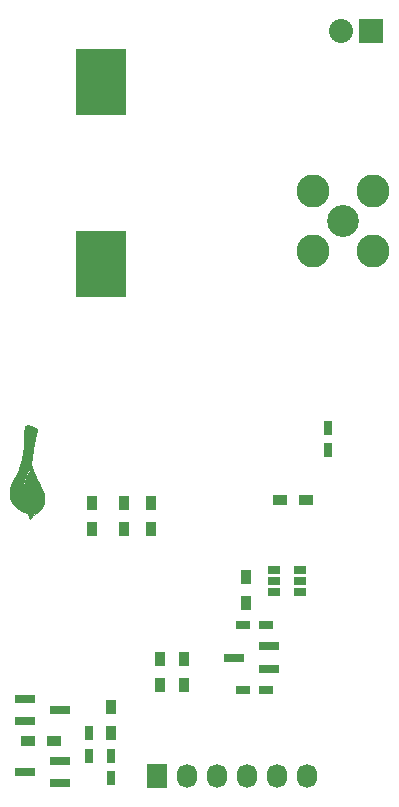
<source format=gbs>
G04 #@! TF.FileFunction,Soldermask,Bot*
%FSLAX46Y46*%
G04 Gerber Fmt 4.6, Leading zero omitted, Abs format (unit mm)*
G04 Created by KiCad (PCBNEW (2015-11-03 BZR 6296)-product) date Tuesday, November 17, 2015 'PMt' 04:43:17 PM*
%MOMM*%
G01*
G04 APERTURE LIST*
%ADD10C,0.100000*%
%ADD11C,0.010000*%
%ADD12R,1.800860X0.800100*%
%ADD13R,0.750000X1.200000*%
%ADD14R,1.200000X0.750000*%
%ADD15C,2.800000*%
%ADD16C,2.700000*%
%ADD17R,4.300000X5.700000*%
%ADD18R,0.900000X1.200000*%
%ADD19R,1.200000X0.900000*%
%ADD20R,1.060000X0.650000*%
%ADD21R,1.727200X2.032000*%
%ADD22O,1.727200X2.032000*%
%ADD23R,2.032000X2.032000*%
%ADD24O,2.032000X2.032000*%
G04 APERTURE END LIST*
D10*
D11*
G36*
X183976897Y-103708969D02*
X183975122Y-103671134D01*
X183972050Y-103635237D01*
X183967549Y-103599588D01*
X183961488Y-103562501D01*
X183956774Y-103537463D01*
X183949127Y-103500495D01*
X183940944Y-103465230D01*
X183931892Y-103430622D01*
X183921636Y-103395624D01*
X183909844Y-103359191D01*
X183896182Y-103320278D01*
X183880316Y-103277839D01*
X183861912Y-103230827D01*
X183847594Y-103195263D01*
X183828195Y-103148042D01*
X183808057Y-103100102D01*
X183786989Y-103051041D01*
X183764801Y-103000453D01*
X183741305Y-102947934D01*
X183716311Y-102893079D01*
X183689628Y-102835486D01*
X183661068Y-102774749D01*
X183630441Y-102710464D01*
X183597558Y-102642227D01*
X183562228Y-102569635D01*
X183524263Y-102492281D01*
X183483472Y-102409764D01*
X183439667Y-102321677D01*
X183410823Y-102263915D01*
X183370036Y-102182201D01*
X183332302Y-102106268D01*
X183297404Y-102035642D01*
X183265125Y-101969851D01*
X183235248Y-101908423D01*
X183207556Y-101850885D01*
X183181833Y-101796765D01*
X183157862Y-101745591D01*
X183135425Y-101696889D01*
X183114305Y-101650189D01*
X183094286Y-101605018D01*
X183075152Y-101560903D01*
X183056684Y-101517371D01*
X183038666Y-101473951D01*
X183020881Y-101430171D01*
X183003112Y-101385557D01*
X182985143Y-101339637D01*
X182978491Y-101322458D01*
X182969207Y-101298476D01*
X182960545Y-101276212D01*
X182952891Y-101256652D01*
X182946634Y-101240781D01*
X182942160Y-101229586D01*
X182939930Y-101224216D01*
X182935427Y-101214168D01*
X182916151Y-101229302D01*
X182902098Y-101241111D01*
X182884518Y-101257080D01*
X182864551Y-101276079D01*
X182843337Y-101296977D01*
X182822014Y-101318643D01*
X182801723Y-101339945D01*
X182783603Y-101359754D01*
X182776080Y-101368319D01*
X182714961Y-101443898D01*
X182656762Y-101525648D01*
X182601625Y-101613253D01*
X182549694Y-101706399D01*
X182501114Y-101804769D01*
X182456027Y-101908048D01*
X182414578Y-102015921D01*
X182376909Y-102128072D01*
X182343165Y-102244186D01*
X182313490Y-102363946D01*
X182304719Y-102403722D01*
X182292433Y-102462747D01*
X182281987Y-102516586D01*
X182273123Y-102566795D01*
X182265587Y-102614926D01*
X182259123Y-102662531D01*
X182253474Y-102711165D01*
X182252412Y-102721222D01*
X182250815Y-102741268D01*
X182249562Y-102766488D01*
X182248652Y-102795561D01*
X182248087Y-102827167D01*
X182247866Y-102859986D01*
X182247989Y-102892697D01*
X182248457Y-102923980D01*
X182249270Y-102952515D01*
X182250428Y-102976981D01*
X182251931Y-102996059D01*
X182252371Y-102999917D01*
X182263641Y-103070413D01*
X182279223Y-103135332D01*
X182299125Y-103194686D01*
X182323358Y-103248489D01*
X182351929Y-103296754D01*
X182384848Y-103339494D01*
X182422125Y-103376725D01*
X182463767Y-103408458D01*
X182509784Y-103434708D01*
X182556444Y-103454186D01*
X182584664Y-103463436D01*
X182610210Y-103470050D01*
X182635330Y-103474389D01*
X182662274Y-103476811D01*
X182693290Y-103477677D01*
X182703310Y-103477689D01*
X182760217Y-103477494D01*
X182762570Y-103500459D01*
X182764922Y-103523423D01*
X182730990Y-103573181D01*
X182681641Y-103572739D01*
X182623410Y-103568754D01*
X182566659Y-103557973D01*
X182511805Y-103540573D01*
X182459268Y-103516733D01*
X182409464Y-103486631D01*
X182362812Y-103450446D01*
X182335845Y-103425226D01*
X182299000Y-103384590D01*
X182266629Y-103340860D01*
X182238509Y-103293528D01*
X182214416Y-103242089D01*
X182194127Y-103186034D01*
X182177416Y-103124857D01*
X182164062Y-103058052D01*
X182158887Y-103024611D01*
X182156611Y-103003545D01*
X182154815Y-102976697D01*
X182153500Y-102945325D01*
X182152666Y-102910685D01*
X182152312Y-102874034D01*
X182152438Y-102836631D01*
X182153044Y-102799731D01*
X182154130Y-102764593D01*
X182155697Y-102732474D01*
X182157743Y-102704630D01*
X182158912Y-102693000D01*
X182174085Y-102578753D01*
X182193945Y-102463621D01*
X182218230Y-102348476D01*
X182246679Y-102234191D01*
X182279031Y-102121641D01*
X182315025Y-102011697D01*
X182354400Y-101905234D01*
X182396894Y-101803124D01*
X182442246Y-101706240D01*
X182470502Y-101651392D01*
X182517249Y-101568282D01*
X182566369Y-101489342D01*
X182617513Y-101415019D01*
X182670332Y-101345759D01*
X182724478Y-101282007D01*
X182779603Y-101224209D01*
X182835357Y-101172812D01*
X182861520Y-101151120D01*
X182879428Y-101136411D01*
X182891741Y-101125353D01*
X182898733Y-101117679D01*
X182900678Y-101113122D01*
X182900627Y-101112894D01*
X182896988Y-101098318D01*
X182892861Y-101077871D01*
X182888412Y-101052704D01*
X182883807Y-101023971D01*
X182879213Y-100992826D01*
X182874796Y-100960421D01*
X182870724Y-100927909D01*
X182867163Y-100896444D01*
X182864280Y-100867179D01*
X182863107Y-100853264D01*
X182861370Y-100823004D01*
X182860689Y-100789491D01*
X182861091Y-100752279D01*
X182862602Y-100710925D01*
X182865250Y-100664983D01*
X182869062Y-100614009D01*
X182874063Y-100557559D01*
X182880281Y-100495188D01*
X182887744Y-100426452D01*
X182890147Y-100405236D01*
X182901961Y-100307304D01*
X182915747Y-100202890D01*
X182931456Y-100092274D01*
X182949038Y-99975733D01*
X182968441Y-99853546D01*
X182989614Y-99725989D01*
X183012508Y-99593343D01*
X183037072Y-99455883D01*
X183063254Y-99313890D01*
X183091005Y-99167640D01*
X183120273Y-99017412D01*
X183151009Y-98863483D01*
X183183160Y-98706133D01*
X183216678Y-98545639D01*
X183251511Y-98382279D01*
X183287608Y-98216331D01*
X183293834Y-98188028D01*
X183300732Y-98156495D01*
X183307213Y-98126427D01*
X183313101Y-98098674D01*
X183318220Y-98074087D01*
X183322393Y-98053516D01*
X183325444Y-98037814D01*
X183327196Y-98027830D01*
X183327480Y-98025750D01*
X183327397Y-97998371D01*
X183321802Y-97969403D01*
X183311360Y-97940663D01*
X183296737Y-97913968D01*
X183278600Y-97891137D01*
X183277903Y-97890423D01*
X183265542Y-97879666D01*
X183247416Y-97866441D01*
X183224218Y-97851127D01*
X183196638Y-97834102D01*
X183165367Y-97815747D01*
X183131098Y-97796438D01*
X183094521Y-97776556D01*
X183056329Y-97756479D01*
X183017211Y-97736585D01*
X182977861Y-97717253D01*
X182938969Y-97698863D01*
X182901226Y-97681792D01*
X182881112Y-97673062D01*
X182812172Y-97645582D01*
X182747247Y-97623705D01*
X182686369Y-97607436D01*
X182629572Y-97596780D01*
X182576888Y-97591742D01*
X182528350Y-97592326D01*
X182483992Y-97598538D01*
X182445645Y-97609697D01*
X182425383Y-97619279D01*
X182403470Y-97632842D01*
X182382372Y-97648641D01*
X182364559Y-97664928D01*
X182359140Y-97670911D01*
X182347229Y-97686300D01*
X182336713Y-97702919D01*
X182327482Y-97721311D01*
X182319426Y-97742022D01*
X182312435Y-97765594D01*
X182306398Y-97792573D01*
X182301206Y-97823502D01*
X182296748Y-97858926D01*
X182292914Y-97899388D01*
X182289595Y-97945433D01*
X182286679Y-97997604D01*
X182284818Y-98038097D01*
X182284039Y-98057868D01*
X182283124Y-98083696D01*
X182282103Y-98114584D01*
X182281006Y-98149536D01*
X182279863Y-98187554D01*
X182278706Y-98227643D01*
X182277563Y-98268805D01*
X182276466Y-98310044D01*
X182275930Y-98330903D01*
X182273135Y-98436868D01*
X182270272Y-98536377D01*
X182267312Y-98630029D01*
X182264226Y-98718424D01*
X182260984Y-98802160D01*
X182257556Y-98881838D01*
X182253914Y-98958056D01*
X182250028Y-99031413D01*
X182245868Y-99102509D01*
X182241405Y-99171944D01*
X182236610Y-99240317D01*
X182231452Y-99308226D01*
X182225904Y-99376271D01*
X182222832Y-99412167D01*
X182208516Y-99564575D01*
X182192499Y-99711084D01*
X182174574Y-99852686D01*
X182154538Y-99990371D01*
X182132187Y-100125131D01*
X182107314Y-100257958D01*
X182079717Y-100389844D01*
X182049189Y-100521779D01*
X182015527Y-100654756D01*
X181978526Y-100789766D01*
X181937982Y-100927801D01*
X181893689Y-101069851D01*
X181858484Y-101177819D01*
X181839585Y-101234471D01*
X181821819Y-101286899D01*
X181804921Y-101335676D01*
X181788623Y-101381373D01*
X181772660Y-101424563D01*
X181756765Y-101465816D01*
X181740673Y-101505705D01*
X181724116Y-101544801D01*
X181706830Y-101583675D01*
X181688548Y-101622901D01*
X181669003Y-101663048D01*
X181647929Y-101704690D01*
X181625061Y-101748398D01*
X181600131Y-101794743D01*
X181572875Y-101844297D01*
X181543025Y-101897632D01*
X181510316Y-101955320D01*
X181474481Y-102017932D01*
X181437185Y-102082694D01*
X181408257Y-102132887D01*
X181382550Y-102177657D01*
X181359702Y-102217661D01*
X181339352Y-102253555D01*
X181321137Y-102285994D01*
X181304697Y-102315635D01*
X181289670Y-102343134D01*
X181275693Y-102369147D01*
X181262406Y-102394330D01*
X181249446Y-102419338D01*
X181236451Y-102444828D01*
X181225180Y-102467222D01*
X181193259Y-102532539D01*
X181165298Y-102593326D01*
X181140936Y-102650631D01*
X181119812Y-102705499D01*
X181101564Y-102758978D01*
X181085831Y-102812115D01*
X181072252Y-102865957D01*
X181060463Y-102921551D01*
X181051906Y-102969025D01*
X181042525Y-103028301D01*
X181035151Y-103082886D01*
X181029623Y-103134804D01*
X181025777Y-103186074D01*
X181023450Y-103238721D01*
X181022478Y-103294766D01*
X181022491Y-103333292D01*
X181022691Y-103359880D01*
X181022949Y-103384924D01*
X181023249Y-103407330D01*
X181023574Y-103426003D01*
X181023908Y-103439851D01*
X181024233Y-103447777D01*
X181024245Y-103447944D01*
X181033260Y-103538991D01*
X181046904Y-103628800D01*
X181064958Y-103716515D01*
X181087202Y-103801282D01*
X181113417Y-103882244D01*
X181143381Y-103958545D01*
X181170183Y-104016209D01*
X181217081Y-104102043D01*
X181270623Y-104185670D01*
X181330727Y-104267012D01*
X181397310Y-104345994D01*
X181470292Y-104422539D01*
X181549589Y-104496571D01*
X181635121Y-104568015D01*
X181726804Y-104636793D01*
X181824558Y-104702829D01*
X181928299Y-104766048D01*
X182037947Y-104826373D01*
X182046254Y-104830700D01*
X182121266Y-104867707D01*
X182199011Y-104902221D01*
X182280420Y-104934600D01*
X182366426Y-104965202D01*
X182457961Y-104994388D01*
X182514242Y-105010890D01*
X182540831Y-105018457D01*
X182639956Y-105264194D01*
X182655931Y-105303671D01*
X182671209Y-105341187D01*
X182685578Y-105376234D01*
X182698827Y-105408306D01*
X182710743Y-105436898D01*
X182721113Y-105461502D01*
X182729726Y-105481612D01*
X182736370Y-105496722D01*
X182740832Y-105506326D01*
X182742899Y-105509917D01*
X182742945Y-105509931D01*
X182745822Y-105507356D01*
X182753035Y-105499885D01*
X182764238Y-105487902D01*
X182779083Y-105471787D01*
X182797224Y-105451922D01*
X182818314Y-105428690D01*
X182842006Y-105402471D01*
X182867952Y-105373649D01*
X182895807Y-105342605D01*
X182925222Y-105309720D01*
X182948034Y-105284153D01*
X183149259Y-105058375D01*
X183188978Y-105043997D01*
X183259052Y-105015662D01*
X183325955Y-104982414D01*
X183390293Y-104943848D01*
X183452676Y-104899555D01*
X183513713Y-104849130D01*
X183574010Y-104792165D01*
X183590083Y-104775776D01*
X183650261Y-104708462D01*
X183705941Y-104635870D01*
X183756990Y-104558266D01*
X183803278Y-104475914D01*
X183844670Y-104389079D01*
X183881036Y-104298026D01*
X183912242Y-104203021D01*
X183938158Y-104104329D01*
X183948166Y-104058250D01*
X183956803Y-104013853D01*
X183963573Y-103974131D01*
X183968705Y-103937021D01*
X183972428Y-103900460D01*
X183974971Y-103862386D01*
X183976561Y-103820735D01*
X183977084Y-103797194D01*
X183977507Y-103750426D01*
X183976897Y-103708969D01*
X183976897Y-103708969D01*
G37*
X183976897Y-103708969D02*
X183975122Y-103671134D01*
X183972050Y-103635237D01*
X183967549Y-103599588D01*
X183961488Y-103562501D01*
X183956774Y-103537463D01*
X183949127Y-103500495D01*
X183940944Y-103465230D01*
X183931892Y-103430622D01*
X183921636Y-103395624D01*
X183909844Y-103359191D01*
X183896182Y-103320278D01*
X183880316Y-103277839D01*
X183861912Y-103230827D01*
X183847594Y-103195263D01*
X183828195Y-103148042D01*
X183808057Y-103100102D01*
X183786989Y-103051041D01*
X183764801Y-103000453D01*
X183741305Y-102947934D01*
X183716311Y-102893079D01*
X183689628Y-102835486D01*
X183661068Y-102774749D01*
X183630441Y-102710464D01*
X183597558Y-102642227D01*
X183562228Y-102569635D01*
X183524263Y-102492281D01*
X183483472Y-102409764D01*
X183439667Y-102321677D01*
X183410823Y-102263915D01*
X183370036Y-102182201D01*
X183332302Y-102106268D01*
X183297404Y-102035642D01*
X183265125Y-101969851D01*
X183235248Y-101908423D01*
X183207556Y-101850885D01*
X183181833Y-101796765D01*
X183157862Y-101745591D01*
X183135425Y-101696889D01*
X183114305Y-101650189D01*
X183094286Y-101605018D01*
X183075152Y-101560903D01*
X183056684Y-101517371D01*
X183038666Y-101473951D01*
X183020881Y-101430171D01*
X183003112Y-101385557D01*
X182985143Y-101339637D01*
X182978491Y-101322458D01*
X182969207Y-101298476D01*
X182960545Y-101276212D01*
X182952891Y-101256652D01*
X182946634Y-101240781D01*
X182942160Y-101229586D01*
X182939930Y-101224216D01*
X182935427Y-101214168D01*
X182916151Y-101229302D01*
X182902098Y-101241111D01*
X182884518Y-101257080D01*
X182864551Y-101276079D01*
X182843337Y-101296977D01*
X182822014Y-101318643D01*
X182801723Y-101339945D01*
X182783603Y-101359754D01*
X182776080Y-101368319D01*
X182714961Y-101443898D01*
X182656762Y-101525648D01*
X182601625Y-101613253D01*
X182549694Y-101706399D01*
X182501114Y-101804769D01*
X182456027Y-101908048D01*
X182414578Y-102015921D01*
X182376909Y-102128072D01*
X182343165Y-102244186D01*
X182313490Y-102363946D01*
X182304719Y-102403722D01*
X182292433Y-102462747D01*
X182281987Y-102516586D01*
X182273123Y-102566795D01*
X182265587Y-102614926D01*
X182259123Y-102662531D01*
X182253474Y-102711165D01*
X182252412Y-102721222D01*
X182250815Y-102741268D01*
X182249562Y-102766488D01*
X182248652Y-102795561D01*
X182248087Y-102827167D01*
X182247866Y-102859986D01*
X182247989Y-102892697D01*
X182248457Y-102923980D01*
X182249270Y-102952515D01*
X182250428Y-102976981D01*
X182251931Y-102996059D01*
X182252371Y-102999917D01*
X182263641Y-103070413D01*
X182279223Y-103135332D01*
X182299125Y-103194686D01*
X182323358Y-103248489D01*
X182351929Y-103296754D01*
X182384848Y-103339494D01*
X182422125Y-103376725D01*
X182463767Y-103408458D01*
X182509784Y-103434708D01*
X182556444Y-103454186D01*
X182584664Y-103463436D01*
X182610210Y-103470050D01*
X182635330Y-103474389D01*
X182662274Y-103476811D01*
X182693290Y-103477677D01*
X182703310Y-103477689D01*
X182760217Y-103477494D01*
X182762570Y-103500459D01*
X182764922Y-103523423D01*
X182730990Y-103573181D01*
X182681641Y-103572739D01*
X182623410Y-103568754D01*
X182566659Y-103557973D01*
X182511805Y-103540573D01*
X182459268Y-103516733D01*
X182409464Y-103486631D01*
X182362812Y-103450446D01*
X182335845Y-103425226D01*
X182299000Y-103384590D01*
X182266629Y-103340860D01*
X182238509Y-103293528D01*
X182214416Y-103242089D01*
X182194127Y-103186034D01*
X182177416Y-103124857D01*
X182164062Y-103058052D01*
X182158887Y-103024611D01*
X182156611Y-103003545D01*
X182154815Y-102976697D01*
X182153500Y-102945325D01*
X182152666Y-102910685D01*
X182152312Y-102874034D01*
X182152438Y-102836631D01*
X182153044Y-102799731D01*
X182154130Y-102764593D01*
X182155697Y-102732474D01*
X182157743Y-102704630D01*
X182158912Y-102693000D01*
X182174085Y-102578753D01*
X182193945Y-102463621D01*
X182218230Y-102348476D01*
X182246679Y-102234191D01*
X182279031Y-102121641D01*
X182315025Y-102011697D01*
X182354400Y-101905234D01*
X182396894Y-101803124D01*
X182442246Y-101706240D01*
X182470502Y-101651392D01*
X182517249Y-101568282D01*
X182566369Y-101489342D01*
X182617513Y-101415019D01*
X182670332Y-101345759D01*
X182724478Y-101282007D01*
X182779603Y-101224209D01*
X182835357Y-101172812D01*
X182861520Y-101151120D01*
X182879428Y-101136411D01*
X182891741Y-101125353D01*
X182898733Y-101117679D01*
X182900678Y-101113122D01*
X182900627Y-101112894D01*
X182896988Y-101098318D01*
X182892861Y-101077871D01*
X182888412Y-101052704D01*
X182883807Y-101023971D01*
X182879213Y-100992826D01*
X182874796Y-100960421D01*
X182870724Y-100927909D01*
X182867163Y-100896444D01*
X182864280Y-100867179D01*
X182863107Y-100853264D01*
X182861370Y-100823004D01*
X182860689Y-100789491D01*
X182861091Y-100752279D01*
X182862602Y-100710925D01*
X182865250Y-100664983D01*
X182869062Y-100614009D01*
X182874063Y-100557559D01*
X182880281Y-100495188D01*
X182887744Y-100426452D01*
X182890147Y-100405236D01*
X182901961Y-100307304D01*
X182915747Y-100202890D01*
X182931456Y-100092274D01*
X182949038Y-99975733D01*
X182968441Y-99853546D01*
X182989614Y-99725989D01*
X183012508Y-99593343D01*
X183037072Y-99455883D01*
X183063254Y-99313890D01*
X183091005Y-99167640D01*
X183120273Y-99017412D01*
X183151009Y-98863483D01*
X183183160Y-98706133D01*
X183216678Y-98545639D01*
X183251511Y-98382279D01*
X183287608Y-98216331D01*
X183293834Y-98188028D01*
X183300732Y-98156495D01*
X183307213Y-98126427D01*
X183313101Y-98098674D01*
X183318220Y-98074087D01*
X183322393Y-98053516D01*
X183325444Y-98037814D01*
X183327196Y-98027830D01*
X183327480Y-98025750D01*
X183327397Y-97998371D01*
X183321802Y-97969403D01*
X183311360Y-97940663D01*
X183296737Y-97913968D01*
X183278600Y-97891137D01*
X183277903Y-97890423D01*
X183265542Y-97879666D01*
X183247416Y-97866441D01*
X183224218Y-97851127D01*
X183196638Y-97834102D01*
X183165367Y-97815747D01*
X183131098Y-97796438D01*
X183094521Y-97776556D01*
X183056329Y-97756479D01*
X183017211Y-97736585D01*
X182977861Y-97717253D01*
X182938969Y-97698863D01*
X182901226Y-97681792D01*
X182881112Y-97673062D01*
X182812172Y-97645582D01*
X182747247Y-97623705D01*
X182686369Y-97607436D01*
X182629572Y-97596780D01*
X182576888Y-97591742D01*
X182528350Y-97592326D01*
X182483992Y-97598538D01*
X182445645Y-97609697D01*
X182425383Y-97619279D01*
X182403470Y-97632842D01*
X182382372Y-97648641D01*
X182364559Y-97664928D01*
X182359140Y-97670911D01*
X182347229Y-97686300D01*
X182336713Y-97702919D01*
X182327482Y-97721311D01*
X182319426Y-97742022D01*
X182312435Y-97765594D01*
X182306398Y-97792573D01*
X182301206Y-97823502D01*
X182296748Y-97858926D01*
X182292914Y-97899388D01*
X182289595Y-97945433D01*
X182286679Y-97997604D01*
X182284818Y-98038097D01*
X182284039Y-98057868D01*
X182283124Y-98083696D01*
X182282103Y-98114584D01*
X182281006Y-98149536D01*
X182279863Y-98187554D01*
X182278706Y-98227643D01*
X182277563Y-98268805D01*
X182276466Y-98310044D01*
X182275930Y-98330903D01*
X182273135Y-98436868D01*
X182270272Y-98536377D01*
X182267312Y-98630029D01*
X182264226Y-98718424D01*
X182260984Y-98802160D01*
X182257556Y-98881838D01*
X182253914Y-98958056D01*
X182250028Y-99031413D01*
X182245868Y-99102509D01*
X182241405Y-99171944D01*
X182236610Y-99240317D01*
X182231452Y-99308226D01*
X182225904Y-99376271D01*
X182222832Y-99412167D01*
X182208516Y-99564575D01*
X182192499Y-99711084D01*
X182174574Y-99852686D01*
X182154538Y-99990371D01*
X182132187Y-100125131D01*
X182107314Y-100257958D01*
X182079717Y-100389844D01*
X182049189Y-100521779D01*
X182015527Y-100654756D01*
X181978526Y-100789766D01*
X181937982Y-100927801D01*
X181893689Y-101069851D01*
X181858484Y-101177819D01*
X181839585Y-101234471D01*
X181821819Y-101286899D01*
X181804921Y-101335676D01*
X181788623Y-101381373D01*
X181772660Y-101424563D01*
X181756765Y-101465816D01*
X181740673Y-101505705D01*
X181724116Y-101544801D01*
X181706830Y-101583675D01*
X181688548Y-101622901D01*
X181669003Y-101663048D01*
X181647929Y-101704690D01*
X181625061Y-101748398D01*
X181600131Y-101794743D01*
X181572875Y-101844297D01*
X181543025Y-101897632D01*
X181510316Y-101955320D01*
X181474481Y-102017932D01*
X181437185Y-102082694D01*
X181408257Y-102132887D01*
X181382550Y-102177657D01*
X181359702Y-102217661D01*
X181339352Y-102253555D01*
X181321137Y-102285994D01*
X181304697Y-102315635D01*
X181289670Y-102343134D01*
X181275693Y-102369147D01*
X181262406Y-102394330D01*
X181249446Y-102419338D01*
X181236451Y-102444828D01*
X181225180Y-102467222D01*
X181193259Y-102532539D01*
X181165298Y-102593326D01*
X181140936Y-102650631D01*
X181119812Y-102705499D01*
X181101564Y-102758978D01*
X181085831Y-102812115D01*
X181072252Y-102865957D01*
X181060463Y-102921551D01*
X181051906Y-102969025D01*
X181042525Y-103028301D01*
X181035151Y-103082886D01*
X181029623Y-103134804D01*
X181025777Y-103186074D01*
X181023450Y-103238721D01*
X181022478Y-103294766D01*
X181022491Y-103333292D01*
X181022691Y-103359880D01*
X181022949Y-103384924D01*
X181023249Y-103407330D01*
X181023574Y-103426003D01*
X181023908Y-103439851D01*
X181024233Y-103447777D01*
X181024245Y-103447944D01*
X181033260Y-103538991D01*
X181046904Y-103628800D01*
X181064958Y-103716515D01*
X181087202Y-103801282D01*
X181113417Y-103882244D01*
X181143381Y-103958545D01*
X181170183Y-104016209D01*
X181217081Y-104102043D01*
X181270623Y-104185670D01*
X181330727Y-104267012D01*
X181397310Y-104345994D01*
X181470292Y-104422539D01*
X181549589Y-104496571D01*
X181635121Y-104568015D01*
X181726804Y-104636793D01*
X181824558Y-104702829D01*
X181928299Y-104766048D01*
X182037947Y-104826373D01*
X182046254Y-104830700D01*
X182121266Y-104867707D01*
X182199011Y-104902221D01*
X182280420Y-104934600D01*
X182366426Y-104965202D01*
X182457961Y-104994388D01*
X182514242Y-105010890D01*
X182540831Y-105018457D01*
X182639956Y-105264194D01*
X182655931Y-105303671D01*
X182671209Y-105341187D01*
X182685578Y-105376234D01*
X182698827Y-105408306D01*
X182710743Y-105436898D01*
X182721113Y-105461502D01*
X182729726Y-105481612D01*
X182736370Y-105496722D01*
X182740832Y-105506326D01*
X182742899Y-105509917D01*
X182742945Y-105509931D01*
X182745822Y-105507356D01*
X182753035Y-105499885D01*
X182764238Y-105487902D01*
X182779083Y-105471787D01*
X182797224Y-105451922D01*
X182818314Y-105428690D01*
X182842006Y-105402471D01*
X182867952Y-105373649D01*
X182895807Y-105342605D01*
X182925222Y-105309720D01*
X182948034Y-105284153D01*
X183149259Y-105058375D01*
X183188978Y-105043997D01*
X183259052Y-105015662D01*
X183325955Y-104982414D01*
X183390293Y-104943848D01*
X183452676Y-104899555D01*
X183513713Y-104849130D01*
X183574010Y-104792165D01*
X183590083Y-104775776D01*
X183650261Y-104708462D01*
X183705941Y-104635870D01*
X183756990Y-104558266D01*
X183803278Y-104475914D01*
X183844670Y-104389079D01*
X183881036Y-104298026D01*
X183912242Y-104203021D01*
X183938158Y-104104329D01*
X183948166Y-104058250D01*
X183956803Y-104013853D01*
X183963573Y-103974131D01*
X183968705Y-103937021D01*
X183972428Y-103900460D01*
X183974971Y-103862386D01*
X183976561Y-103820735D01*
X183977084Y-103797194D01*
X183977507Y-103750426D01*
X183976897Y-103708969D01*
D12*
X182323860Y-122650000D03*
X182323860Y-120750000D03*
X185326140Y-121700000D03*
X185326140Y-125975000D03*
X185326140Y-127875000D03*
X182323860Y-126925000D03*
D13*
X189600000Y-127450000D03*
X189600000Y-125550000D03*
X187750000Y-123650000D03*
X187750000Y-125550000D03*
D14*
X202700000Y-114500000D03*
X200800000Y-114500000D03*
X202700000Y-120000000D03*
X200800000Y-120000000D03*
D13*
X208000000Y-97800000D03*
X208000000Y-99700000D03*
D15*
X206710000Y-77710000D03*
X206710000Y-82790000D03*
X211790000Y-82790000D03*
X211790000Y-77710000D03*
D16*
X209250000Y-80250000D03*
D17*
X188750000Y-68550000D03*
X188750000Y-83950000D03*
D18*
X189625000Y-123600000D03*
X189625000Y-121400000D03*
D19*
X184775000Y-124350000D03*
X182575000Y-124350000D03*
D18*
X201000000Y-110400000D03*
X201000000Y-112600000D03*
X195750000Y-117400000D03*
X195750000Y-119600000D03*
X193750000Y-117400000D03*
X193750000Y-119600000D03*
X193000000Y-104150000D03*
X193000000Y-106350000D03*
X190700000Y-106350000D03*
X190700000Y-104150000D03*
X188000000Y-104150000D03*
X188000000Y-106350000D03*
D20*
X203400000Y-111700000D03*
X203400000Y-110750000D03*
X203400000Y-109800000D03*
X205600000Y-109800000D03*
X205600000Y-111700000D03*
X205600000Y-110750000D03*
D12*
X203001140Y-116300000D03*
X203001140Y-118200000D03*
X199998860Y-117250000D03*
D21*
X193500000Y-127250000D03*
D22*
X196040000Y-127250000D03*
X198580000Y-127250000D03*
X201120000Y-127250000D03*
X203660000Y-127250000D03*
X206200000Y-127250000D03*
D19*
X206100000Y-103900000D03*
X203900000Y-103900000D03*
D23*
X211600000Y-64200000D03*
D24*
X209060000Y-64200000D03*
M02*

</source>
